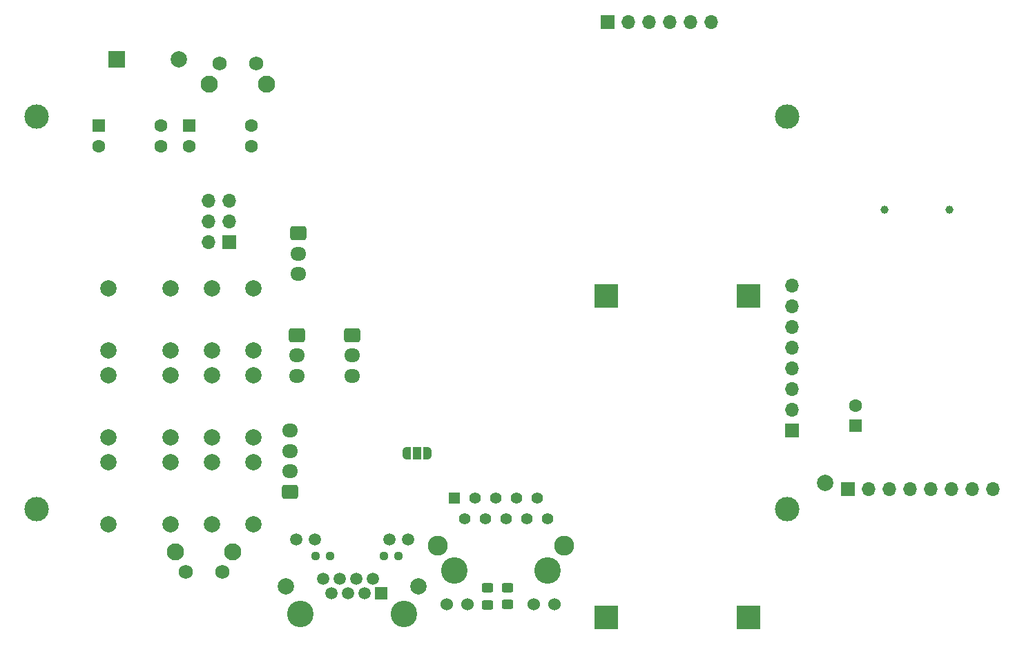
<source format=gbr>
%TF.GenerationSoftware,KiCad,Pcbnew,(6.0.5)*%
%TF.CreationDate,2022-09-05T15:54:14+03:00*%
%TF.ProjectId,KartliGecis_v1,4b617274-6c69-4476-9563-69735f76312e,v1.0*%
%TF.SameCoordinates,Original*%
%TF.FileFunction,Soldermask,Bot*%
%TF.FilePolarity,Negative*%
%FSLAX46Y46*%
G04 Gerber Fmt 4.6, Leading zero omitted, Abs format (unit mm)*
G04 Created by KiCad (PCBNEW (6.0.5)) date 2022-09-05 15:54:14*
%MOMM*%
%LPD*%
G01*
G04 APERTURE LIST*
G04 Aperture macros list*
%AMRoundRect*
0 Rectangle with rounded corners*
0 $1 Rounding radius*
0 $2 $3 $4 $5 $6 $7 $8 $9 X,Y pos of 4 corners*
0 Add a 4 corners polygon primitive as box body*
4,1,4,$2,$3,$4,$5,$6,$7,$8,$9,$2,$3,0*
0 Add four circle primitives for the rounded corners*
1,1,$1+$1,$2,$3*
1,1,$1+$1,$4,$5*
1,1,$1+$1,$6,$7*
1,1,$1+$1,$8,$9*
0 Add four rect primitives between the rounded corners*
20,1,$1+$1,$2,$3,$4,$5,0*
20,1,$1+$1,$4,$5,$6,$7,0*
20,1,$1+$1,$6,$7,$8,$9,0*
20,1,$1+$1,$8,$9,$2,$3,0*%
%AMFreePoly0*
4,1,22,0.550000,-0.750000,0.000000,-0.750000,0.000000,-0.745033,-0.079941,-0.743568,-0.215256,-0.701293,-0.333266,-0.622738,-0.424486,-0.514219,-0.481581,-0.384460,-0.499164,-0.250000,-0.500000,-0.250000,-0.500000,0.250000,-0.499164,0.250000,-0.499963,0.256109,-0.478152,0.396186,-0.417904,0.524511,-0.324060,0.630769,-0.204165,0.706417,-0.067858,0.745374,0.000000,0.744959,0.000000,0.750000,
0.550000,0.750000,0.550000,-0.750000,0.550000,-0.750000,$1*%
%AMFreePoly1*
4,1,20,0.000000,0.744959,0.073905,0.744508,0.209726,0.703889,0.328688,0.626782,0.421226,0.519385,0.479903,0.390333,0.500000,0.250000,0.500000,-0.250000,0.499851,-0.262216,0.476331,-0.402017,0.414519,-0.529596,0.319384,-0.634700,0.198574,-0.708877,0.061801,-0.746166,0.000000,-0.745033,0.000000,-0.750000,-0.550000,-0.750000,-0.550000,0.750000,0.000000,0.750000,0.000000,0.744959,
0.000000,0.744959,$1*%
G04 Aperture macros list end*
%ADD10R,2.000000X2.000000*%
%ADD11C,2.000000*%
%ADD12C,3.250000*%
%ADD13R,1.500000X1.500000*%
%ADD14C,1.500000*%
%ADD15C,1.000000*%
%ADD16C,2.100000*%
%ADD17C,1.750000*%
%ADD18C,2.445000*%
%ADD19R,1.408000X1.408000*%
%ADD20C,1.408000*%
%ADD21C,1.524000*%
%ADD22R,1.700000X1.700000*%
%ADD23O,1.700000X1.700000*%
%ADD24RoundRect,0.250000X-0.725000X0.600000X-0.725000X-0.600000X0.725000X-0.600000X0.725000X0.600000X0*%
%ADD25O,1.950000X1.700000*%
%ADD26R,1.600000X1.600000*%
%ADD27C,1.600000*%
%ADD28R,3.000000X3.000000*%
%ADD29RoundRect,0.250000X0.725000X-0.600000X0.725000X0.600000X-0.725000X0.600000X-0.725000X-0.600000X0*%
%ADD30C,3.000000*%
%ADD31FreePoly0,180.000000*%
%ADD32R,1.000000X1.500000*%
%ADD33FreePoly1,180.000000*%
%ADD34RoundRect,0.250000X-0.450000X0.325000X-0.450000X-0.325000X0.450000X-0.325000X0.450000X0.325000X0*%
%ADD35RoundRect,0.237500X-0.250000X-0.237500X0.250000X-0.237500X0.250000X0.237500X-0.250000X0.237500X0*%
%ADD36RoundRect,0.237500X0.250000X0.237500X-0.250000X0.237500X-0.250000X-0.237500X0.250000X-0.237500X0*%
G04 APERTURE END LIST*
D10*
%TO.C,BZ1*%
X58166000Y-49784000D03*
D11*
X65766000Y-49784000D03*
%TD*%
D12*
%TO.C,J2*%
X80666400Y-117906800D03*
X93366400Y-117906800D03*
D13*
X90576400Y-115366800D03*
D14*
X89556400Y-113586800D03*
X88536400Y-115366800D03*
X87516400Y-113586800D03*
X86496400Y-115366800D03*
X85476400Y-113586800D03*
X84456400Y-115366800D03*
X83436400Y-113586800D03*
X93876400Y-108766800D03*
X91586400Y-108766800D03*
X82446400Y-108766800D03*
X80156400Y-108766800D03*
D11*
X95146400Y-114476800D03*
X78886400Y-114476800D03*
%TD*%
D15*
%TO.C,J4*%
X160271000Y-68255000D03*
X152271000Y-68255000D03*
%TD*%
D16*
%TO.C,SW1*%
X72370000Y-110260600D03*
X65360000Y-110260600D03*
D17*
X71120000Y-112750600D03*
X66620000Y-112750600D03*
%TD*%
D16*
%TO.C,SW2*%
X69489000Y-52807400D03*
X76499000Y-52807400D03*
D17*
X70739000Y-50317400D03*
X75239000Y-50317400D03*
%TD*%
D12*
%TO.C,U2*%
X110921800Y-112572800D03*
X99491800Y-112572800D03*
D18*
X97461800Y-109522800D03*
X112951800Y-109522800D03*
D19*
X99491800Y-103682800D03*
D20*
X100761800Y-106222800D03*
X102031800Y-103682800D03*
X103301800Y-106222800D03*
X104571800Y-103682800D03*
X105841800Y-106222800D03*
X107111800Y-103682800D03*
X108381800Y-106222800D03*
X109651800Y-103682800D03*
X110921800Y-106222800D03*
D21*
X98581800Y-116652800D03*
X101121800Y-116652800D03*
X109291800Y-116652800D03*
X111831800Y-116652800D03*
%TD*%
D11*
%TO.C,U8*%
X144983200Y-101821400D03*
D22*
X147802600Y-102514400D03*
D23*
X150342600Y-102514400D03*
X152882600Y-102514400D03*
X155422600Y-102514400D03*
X157962600Y-102514400D03*
X160502600Y-102514400D03*
X163042600Y-102514400D03*
X165582600Y-102514400D03*
%TD*%
D24*
%TO.C,J7*%
X87020400Y-83656800D03*
D25*
X87020400Y-86156800D03*
X87020400Y-88656800D03*
%TD*%
D26*
%TO.C,U7*%
X67046000Y-57902000D03*
D27*
X67046000Y-60442000D03*
X74666000Y-60442000D03*
X74666000Y-57902000D03*
%TD*%
D24*
%TO.C,J5*%
X80230200Y-83656800D03*
D25*
X80230200Y-86156800D03*
X80230200Y-88656800D03*
%TD*%
D26*
%TO.C,U6*%
X55890000Y-57912000D03*
D27*
X55890000Y-60452000D03*
X63510000Y-60452000D03*
X63510000Y-57912000D03*
%TD*%
D11*
%TO.C,K2*%
X57074100Y-88599900D03*
X64694100Y-88599900D03*
X69774100Y-88599900D03*
X74854100Y-88599900D03*
X74854100Y-96219900D03*
X69774100Y-96219900D03*
X64694100Y-96219900D03*
X57074100Y-96219900D03*
%TD*%
D22*
%TO.C,J1*%
X118338600Y-45212000D03*
D23*
X120878600Y-45212000D03*
X123418600Y-45212000D03*
X125958600Y-45212000D03*
X128498600Y-45212000D03*
X131038600Y-45212000D03*
%TD*%
D24*
%TO.C,J3*%
X80416600Y-71170800D03*
D25*
X80416600Y-73670800D03*
X80416600Y-76170800D03*
%TD*%
D28*
%TO.C,U5*%
X118148000Y-118297000D03*
X135598000Y-118297000D03*
X135598000Y-78807000D03*
X118148000Y-78807000D03*
%TD*%
D29*
%TO.C,J8*%
X79366600Y-102859200D03*
D25*
X79366600Y-100359200D03*
X79366600Y-97859200D03*
X79366600Y-95359200D03*
%TD*%
D11*
%TO.C,K3*%
X57069100Y-99267900D03*
X64689100Y-99267900D03*
X69769100Y-99267900D03*
X74849100Y-99267900D03*
X74849100Y-106887900D03*
X69769100Y-106887900D03*
X64689100Y-106887900D03*
X57069100Y-106887900D03*
%TD*%
%TO.C,K1*%
X57094500Y-77931900D03*
X64714500Y-77931900D03*
X69794500Y-77931900D03*
X74874500Y-77931900D03*
X74874500Y-85551900D03*
X69794500Y-85551900D03*
X64714500Y-85551900D03*
X57094500Y-85551900D03*
%TD*%
D30*
%TO.C,U10*%
X140309600Y-56845200D03*
X48309600Y-105003600D03*
X48309600Y-56845200D03*
X140309600Y-105003600D03*
D22*
X140919200Y-95353600D03*
D23*
X140919200Y-92813600D03*
X140919200Y-90273600D03*
X140919200Y-87733600D03*
X140919200Y-85193600D03*
X140919200Y-82653600D03*
X140919200Y-80113600D03*
X140919200Y-77573600D03*
%TD*%
D26*
%TO.C,C23*%
X148691600Y-94778713D03*
D27*
X148691600Y-92278713D03*
%TD*%
D22*
%TO.C,J6*%
X71937800Y-72273400D03*
D23*
X69397800Y-72273400D03*
X71937800Y-69733400D03*
X69397800Y-69733400D03*
X71937800Y-67193400D03*
X69397800Y-67193400D03*
%TD*%
D31*
%TO.C,JP3*%
X96245200Y-98145600D03*
D32*
X94945200Y-98145600D03*
D33*
X93645200Y-98145600D03*
%TD*%
D34*
%TO.C,R6*%
X106019600Y-114672000D03*
X106019600Y-116722000D03*
%TD*%
%TO.C,R14*%
X103581200Y-114697400D03*
X103581200Y-116747400D03*
%TD*%
D35*
%TO.C,R18*%
X90883100Y-110794800D03*
X92708100Y-110794800D03*
%TD*%
D36*
%TO.C,R19*%
X84326100Y-110794800D03*
X82501100Y-110794800D03*
%TD*%
M02*

</source>
